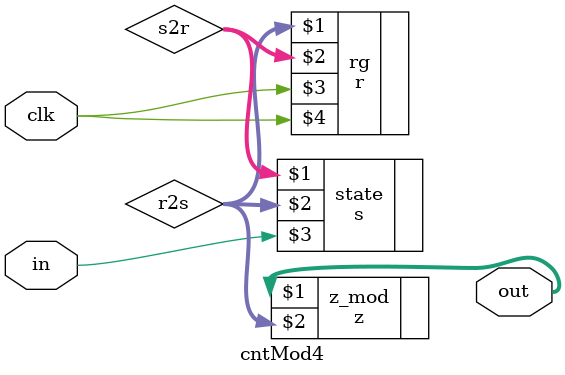
<source format=v>


module cntMod4(output [1:0]out, input in, input clk);
    
    wire [1:0]r2s; 
    wire [1:0]s2r;

    //COMPONENTI
    r #(2) rg(r2s, s2r, clk, clk);
    s state(s2r, r2s, in);
    z z_mod(out, r2s);

endmodule
    

</source>
